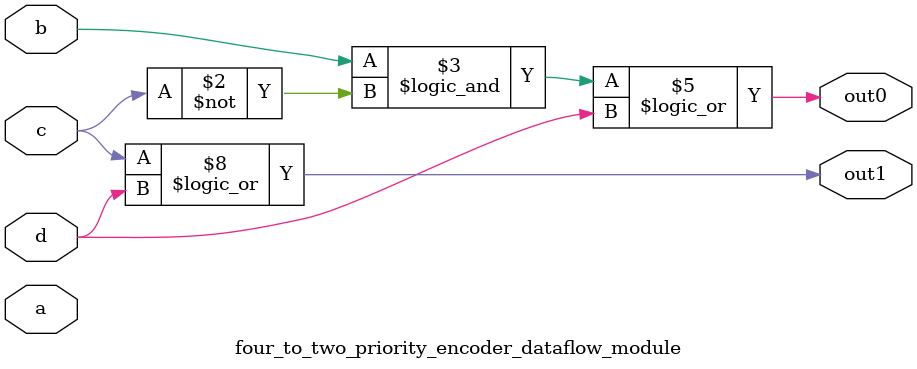
<source format=v>

module four_to_two_priority_encoder_dataflow_module (a, b, c, d, out0, out1);
	input a, b, c, d;

	output out0, out1;

	assign out0 = ((b == 1'b1)&&(c == 1'b0)) || (d == 1'b1);
	assign out1 = (c == 1'b1) || (d == 1'b1);

endmodule



</source>
